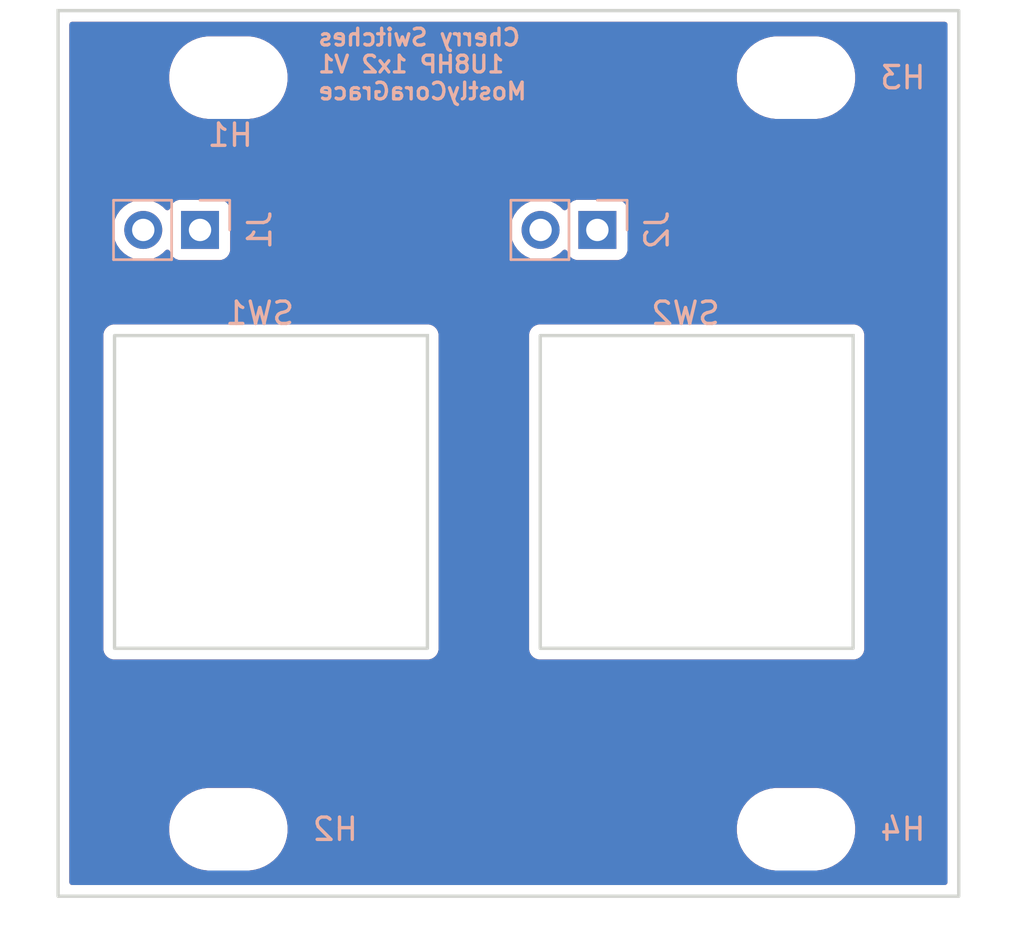
<source format=kicad_pcb>
(kicad_pcb (version 20240108) (generator "pcbnew") (generator_version "8.0")
  (layers (0 "F.Cu" signal) (31 "B.Cu" signal) (34 "B.Paste" user) (35 "F.Paste" user) (36 "B.SilkS" user "B.Silkscreen") (37 "F.SilkS" user "F.Silkscreen") (38 "B.Mask" user) (39 "F.Mask" user) (44 "Edge.Cuts" user))
  (net 0 "")
  (footprint "Connector_PinSocket_2.54mm:PinSocket_1x02_P2.54mm_Vertical" (layer "B.Cu") (at 6.35 12.245 90)
    (property "Reference" "J1" (at 0 2.667 90) (layer "B.SilkS") (effects (justify mirror)))
    (property "Value" "Conn_01x02_Socket")
    (fp_line (start 1.33 -3.87) (end -1.33 -3.87) (stroke (width 0.12)) (layer "B.SilkS"))
    (fp_line (start 1.33 -3.87) (end 1.33 -1.27) (stroke (width 0.12)) (layer "B.SilkS"))
    (fp_line (start -1.33 -3.87) (end -1.33 -1.27) (stroke (width 0.12)) (layer "B.SilkS"))
    (fp_line (start 1.33 -1.27) (end -1.33 -1.27) (stroke (width 0.12)) (layer "B.SilkS"))
    (fp_line (start 1.33 0) (end 1.33 1.33) (stroke (width 0.12)) (layer "B.SilkS"))
    (fp_line (start 1.33 1.33) (end 0 1.33) (stroke (width 0.12)) (layer "B.SilkS"))
    (pad "1" thru_hole rect (at 0 0 90) (size 1.7 1.7) (drill 1) (layers "*.Cu" "*.Mask"))
    (pad "2" thru_hole oval (at 0 -2.54 90) (size 1.7 1.7) (drill 1) (layers "*.Cu" "*.Mask"))
  )
  (footprint "EXC:SW_Cherry_MX_1.00u_Mount" (layer "B.Cu") (at 9.525 23.975 180)
    (property "Reference" "SW1" (at 0.5 8 0) (layer "B.SilkS") (effects (justify mirror)))
    (property "Value" "SW_SPST_MOUNT")
    (fp_rect (start -7 7) (end 7 -7) (stroke (width 0.15)) (fill none) (layer "Edge.Cuts"))
  )
  (footprint "EXC:MountingHole_3.2mm_M3" (layer "B.Cu") (at 7.62 5.425 180)
    (property "Reference" "H1" (at 1.016 -2.576 0) (layer "B.SilkS") (effects (justify right mirror)))
    (property "Value" "Eurorack_M3_MountingHole")
    (pad "" np_thru_hole oval (at 0 0 180) (size 4.8 3.2) (drill oval 4.8 3.2) (layers "F&B.Cu" "*.Mask"))
  )
  (footprint "EXC:MountingHole_3.2mm_M3" (layer "B.Cu") (at 33.02 5.425 180)
    (property "Reference" "H3" (at -3.683 0 0) (layer "B.SilkS") (effects (justify right mirror)))
    (property "Value" "Eurorack_M3_MountingHole")
    (pad "" np_thru_hole oval (at 0 0 180) (size 4.8 3.2) (drill oval 4.8 3.2) (layers "F&B.Cu" "*.Mask"))
  )
  (footprint "Connector_PinSocket_2.54mm:PinSocket_1x02_P2.54mm_Vertical" (layer "B.Cu") (at 24.13 12.245 90)
    (property "Reference" "J2" (at 0 2.667 90) (layer "B.SilkS") (effects (justify mirror)))
    (property "Value" "Conn_01x02_Socket")
    (fp_line (start 1.33 -3.87) (end -1.33 -3.87) (stroke (width 0.12)) (layer "B.SilkS"))
    (fp_line (start 1.33 -3.87) (end 1.33 -1.27) (stroke (width 0.12)) (layer "B.SilkS"))
    (fp_line (start -1.33 -3.87) (end -1.33 -1.27) (stroke (width 0.12)) (layer "B.SilkS"))
    (fp_line (start 1.33 -1.27) (end -1.33 -1.27) (stroke (width 0.12)) (layer "B.SilkS"))
    (fp_line (start 1.33 0) (end 1.33 1.33) (stroke (width 0.12)) (layer "B.SilkS"))
    (fp_line (start 1.33 1.33) (end 0 1.33) (stroke (width 0.12)) (layer "B.SilkS"))
    (pad "1" thru_hole rect (at 0 0 90) (size 1.7 1.7) (drill 1) (layers "*.Cu" "*.Mask"))
    (pad "2" thru_hole oval (at 0 -2.54 90) (size 1.7 1.7) (drill 1) (layers "*.Cu" "*.Mask"))
  )
  (footprint "EXC:MountingHole_3.2mm_M3" (layer "B.Cu") (at 7.62 39.075 180)
    (property "Reference" "H2" (at -3.683 0 0) (layer "B.SilkS") (effects (justify right mirror)))
    (property "Value" "Eurorack_M3_MountingHole")
    (pad "" np_thru_hole oval (at 0 0 180) (size 4.8 3.2) (drill oval 4.8 3.2) (layers "F&B.Cu" "*.Mask"))
  )
  (footprint "EXC:MountingHole_3.2mm_M3" (layer "B.Cu") (at 33.02 39.075 180)
    (property "Reference" "H4" (at -3.683 0 0) (layer "B.SilkS") (effects (justify right mirror)))
    (property "Value" "Eurorack_M3_MountingHole")
    (pad "" np_thru_hole oval (at 0 0 180) (size 4.8 3.2) (drill oval 4.8 3.2) (layers "F&B.Cu" "*.Mask"))
  )
  (footprint "EXC:SW_Cherry_MX_1.00u_Mount" (layer "B.Cu") (at 28.575 23.975 180)
    (property "Reference" "SW2" (at 0.5 8 0) (layer "B.SilkS") (effects (justify mirror)))
    (property "Value" "SW_SPST_MOUNT")
    (fp_rect (start -7 7) (end 7 -7) (stroke (width 0.15)) (fill none) (layer "Edge.Cuts"))
  )
  (gr_rect (start 0 2.425) (end 40.3 42.075) (stroke (width 0.15)) (fill none) (layer "Edge.Cuts"))
  (gr_text "Cherry Switches\n1U8HP 1x2 V1\nMostlyCoraGrace" (at 11.557 6.477 0) (layer "B.SilkS") (effects (font (size 0.75 0.75) (thickness 0.15) (bold yes)) (justify right bottom mirror)))
  (zone (net 0) (net_name "") (layers "F&B.Cu") (connect_pads (clearance 0.5)) (min_thickness 0.25) (fill yes (thermal_gap 0.5) (thermal_bridge_width 0.5) (island_removal_mode 1) (island_area_min 10))
    (polygon (pts (xy 0 2.413) (xy 40.386 2.413) (xy 40.386 42.037) (xy 0 42.037)))
  )
)
</source>
